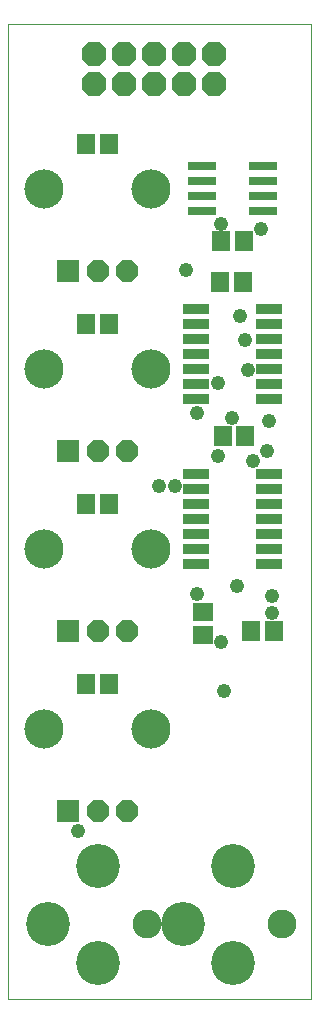
<source format=gbs>
G75*
%MOIN*%
%OFA0B0*%
%FSLAX25Y25*%
%IPPOS*%
%LPD*%
%AMOC8*
5,1,8,0,0,1.08239X$1,22.5*
%
%ADD10C,0.00000*%
%ADD11R,0.05918X0.06706*%
%ADD12R,0.08800X0.03400*%
%ADD13R,0.09461X0.03162*%
%ADD14C,0.14643*%
%ADD15C,0.09658*%
%ADD16R,0.06706X0.05918*%
%ADD17R,0.07296X0.07296*%
%ADD18OC8,0.07296*%
%ADD19C,0.13068*%
%ADD20OC8,0.08200*%
%ADD21C,0.04800*%
D10*
X0001000Y0001000D02*
X0001000Y0325961D01*
X0102201Y0325961D01*
X0102201Y0001000D01*
X0001000Y0001000D01*
D11*
X0027260Y0106000D03*
X0034740Y0106000D03*
X0034740Y0166000D03*
X0027260Y0166000D03*
X0027260Y0226000D03*
X0034740Y0226000D03*
X0034740Y0286000D03*
X0027260Y0286000D03*
X0071880Y0239795D03*
X0072260Y0253500D03*
X0079360Y0239795D03*
X0079740Y0253500D03*
X0080120Y0188538D03*
X0072640Y0188538D03*
X0082260Y0123500D03*
X0089740Y0123500D03*
D12*
X0088100Y0146000D03*
X0088100Y0151000D03*
X0088100Y0156000D03*
X0088100Y0161000D03*
X0088100Y0166000D03*
X0088100Y0171000D03*
X0088100Y0176000D03*
X0088100Y0201000D03*
X0088100Y0206000D03*
X0088100Y0211000D03*
X0088100Y0216000D03*
X0088100Y0221000D03*
X0088100Y0226000D03*
X0088100Y0231000D03*
X0063900Y0231000D03*
X0063900Y0226000D03*
X0063900Y0221000D03*
X0063900Y0216000D03*
X0063900Y0211000D03*
X0063900Y0206000D03*
X0063900Y0201000D03*
X0063900Y0176000D03*
X0063900Y0171000D03*
X0063900Y0166000D03*
X0063900Y0161000D03*
X0063900Y0156000D03*
X0063900Y0151000D03*
X0063900Y0146000D03*
D13*
X0065764Y0263500D03*
X0065764Y0268500D03*
X0065764Y0273500D03*
X0065764Y0278500D03*
X0086236Y0278500D03*
X0086236Y0273500D03*
X0086236Y0268500D03*
X0086236Y0263500D03*
D14*
X0076000Y0045291D03*
X0076000Y0013008D03*
X0059465Y0026000D03*
X0031000Y0013008D03*
X0031000Y0045291D03*
X0014465Y0026000D03*
D15*
X0047535Y0026000D03*
X0092535Y0026000D03*
D16*
X0066000Y0122260D03*
X0066000Y0129740D03*
D17*
X0021157Y0123441D03*
X0021157Y0183441D03*
X0021157Y0243441D03*
X0021157Y0063441D03*
D18*
X0031000Y0063441D03*
X0040843Y0063441D03*
X0040843Y0123441D03*
X0031000Y0123441D03*
X0031000Y0183441D03*
X0040843Y0183441D03*
X0040843Y0243441D03*
X0031000Y0243441D03*
D19*
X0013283Y0271000D03*
X0013283Y0211000D03*
X0013283Y0151000D03*
X0013283Y0091000D03*
X0048717Y0091000D03*
X0048717Y0151000D03*
X0048717Y0211000D03*
X0048717Y0271000D03*
D20*
X0049748Y0306038D03*
X0049748Y0316038D03*
X0059748Y0316038D03*
X0059748Y0306038D03*
X0069748Y0306038D03*
X0069748Y0316038D03*
X0039748Y0316038D03*
X0039748Y0306038D03*
X0029748Y0306038D03*
X0029748Y0316038D03*
D21*
X0060400Y0244000D03*
X0072100Y0259300D03*
X0078400Y0228700D03*
X0080200Y0220600D03*
X0081100Y0210700D03*
X0075700Y0194500D03*
X0071200Y0206200D03*
X0064000Y0196300D03*
X0071200Y0181900D03*
X0082900Y0180100D03*
X0087400Y0183700D03*
X0088300Y0193600D03*
X0077500Y0138700D03*
X0072100Y0119800D03*
X0073000Y0103600D03*
X0064000Y0136000D03*
X0056800Y0172000D03*
X0051400Y0172000D03*
X0085600Y0257500D03*
X0089200Y0135100D03*
X0089200Y0129700D03*
X0024400Y0056800D03*
M02*

</source>
